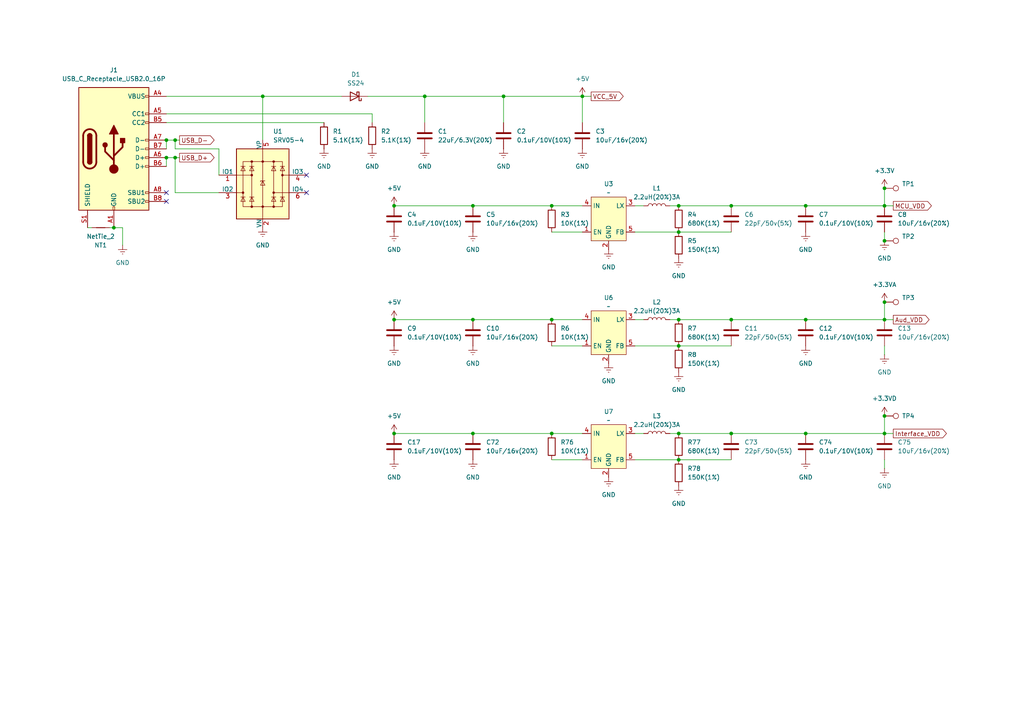
<source format=kicad_sch>
(kicad_sch (version 20231120) (generator "eeschema") (generator_version "8.0")
  (paper "A4")
  (lib_symbols
    (symbol "Connector:TestPoint" (pin_numbers hide) (pin_names (offset 0.762) hide)
      (property "Reference" "TP" (at 0 6.858 0))
      (property "Value" "TestPoint" (at 0 5.08 0))
      (symbol "TestPoint_0_1"
        (circle (center 0 3.302) (radius 0.762))
      )
      (symbol "TestPoint_1_1"
        (pin passive line (at 0 0 90) (length 2.54) (name "1") (number "1"))
      )
    )
    (symbol "Connector:USB_C_Receptacle_USB2.0_16P" (pin_names (offset 1.016))
      (property "Reference" "J" (at 0 22.225 0))
      (property "Value" "USB_C_Receptacle_USB2.0_16P" (at 0 19.685 0))
      (symbol "USB_C_Receptacle_USB2.0_16P_0_0"
        (rectangle (start -0.254 -17.78) (end 0.254 -16.764))
        (rectangle (start 10.16 -14.986) (end 9.144 -15.494))
        (rectangle (start 10.16 -12.446) (end 9.144 -12.954))
        (rectangle (start 10.16 -4.826) (end 9.144 -5.334))
        (rectangle (start 10.16 -2.286) (end 9.144 -2.794))
        (rectangle (start 10.16 0.254) (end 9.144 -0.254))
        (rectangle (start 10.16 2.794) (end 9.144 2.286))
        (rectangle (start 10.16 7.874) (end 9.144 7.366))
        (rectangle (start 10.16 10.414) (end 9.144 9.906))
        (rectangle (start 10.16 15.494) (end 9.144 14.986))
      )
      (symbol "USB_C_Receptacle_USB2.0_16P_0_1"
        (rectangle (start -10.16 17.78) (end 10.16 -17.78) (stroke (width 0.254)) (fill (type background)))
        (arc (start -8.89 -3.81) (mid -6.985 -5.7067) (end -5.08 -3.81) (stroke (width 0.508)))
        (arc (start -7.62 -3.81) (mid -6.985 -4.4423) (end -6.35 -3.81) (stroke (width 0.254)))
        (arc (start -7.62 -3.81) (mid -6.985 -4.4423) (end -6.35 -3.81) (stroke (width 0.254)) (fill (type outline)))
        (rectangle (start -7.62 -3.81) (end -6.35 3.81) (stroke (width 0.254)) (fill (type outline)))
        (arc (start -6.35 3.81) (mid -6.985 4.4423) (end -7.62 3.81) (stroke (width 0.254)))
        (arc (start -6.35 3.81) (mid -6.985 4.4423) (end -7.62 3.81) (stroke (width 0.254)) (fill (type outline)))
        (arc (start -5.08 3.81) (mid -6.985 5.7067) (end -8.89 3.81) (stroke (width 0.508)))
        (circle (center -2.54 1.143) (radius 0.635) (stroke (width 0.254)) (fill (type outline)))
        (circle (center 0 -5.842) (radius 1.27) (fill (type outline)))
        (polyline (pts (xy -8.89 -3.81) (xy -8.89 3.81)) (stroke (width 0.508)))
        (polyline (pts (xy -5.08 3.81) (xy -5.08 -3.81)) (stroke (width 0.508)))
        (polyline (pts (xy 0 -5.842) (xy 0 4.318)) (stroke (width 0.508)))
        (polyline (pts (xy 0 -3.302) (xy -2.54 -0.762) (xy -2.54 0.508)) (stroke (width 0.508)))
        (polyline (pts (xy 0 -2.032) (xy 2.54 0.508) (xy 2.54 1.778)) (stroke (width 0.508)))
        (polyline (pts (xy -1.27 4.318) (xy 0 6.858) (xy 1.27 4.318) (xy -1.27 4.318)) (stroke (width 0.254)) (fill (type outline)))
        (rectangle (start 1.905 1.778) (end 3.175 3.048) (stroke (width 0.254)) (fill (type outline)))
      )
      (symbol "USB_C_Receptacle_USB2.0_16P_1_1"
        (pin passive line (at 0 -22.86 90) (length 5.08) (name "GND") (number "A1"))
        (pin passive line (at 0 -22.86 90) (length 5.08) hide (name "GND") (number "A12"))
        (pin passive line (at 15.24 15.24 180) (length 5.08) (name "VBUS") (number "A4"))
        (pin bidirectional line (at 15.24 10.16 180) (length 5.08) (name "CC1") (number "A5"))
        (pin bidirectional line (at 15.24 -2.54 180) (length 5.08) (name "D+") (number "A6"))
        (pin bidirectional line (at 15.24 2.54 180) (length 5.08) (name "D-") (number "A7"))
        (pin bidirectional line (at 15.24 -12.7 180) (length 5.08) (name "SBU1") (number "A8"))
        (pin passive line (at 15.24 15.24 180) (length 5.08) hide (name "VBUS") (number "A9"))
        (pin passive line (at 0 -22.86 90) (length 5.08) hide (name "GND") (number "B1"))
        (pin passive line (at 0 -22.86 90) (length 5.08) hide (name "GND") (number "B12"))
        (pin passive line (at 15.24 15.24 180) (length 5.08) hide (name "VBUS") (number "B4"))
        (pin bidirectional line (at 15.24 7.62 180) (length 5.08) (name "CC2") (number "B5"))
        (pin bidirectional line (at 15.24 -5.08 180) (length 5.08) (name "D+") (number "B6"))
        (pin bidirectional line (at 15.24 0 180) (length 5.08) (name "D-") (number "B7"))
        (pin bidirectional line (at 15.24 -15.24 180) (length 5.08) (name "SBU2") (number "B8"))
        (pin passive line (at 15.24 15.24 180) (length 5.08) hide (name "VBUS") (number "B9"))
        (pin passive line (at -7.62 -22.86 90) (length 5.08) (name "SHIELD") (number "S1"))
      )
    )
    (symbol "Device:C" (pin_numbers hide) (pin_names (offset 0.254))
      (property "Reference" "C" (at 0.635 2.54 0))
      (property "Value" "C" (at 0.635 -2.54 0))
      (symbol "C_0_1"
        (polyline (pts (xy -2.032 -0.762) (xy 2.032 -0.762)) (stroke (width 0.508)))
        (polyline (pts (xy -2.032 0.762) (xy 2.032 0.762)) (stroke (width 0.508)))
      )
      (symbol "C_1_1"
        (pin passive line (at 0 3.81 270) (length 2.794) (name "~") (number "1"))
        (pin passive line (at 0 -3.81 90) (length 2.794) (name "~") (number "2"))
      )
    )
    (symbol "Device:L" (pin_numbers hide) (pin_names (offset 1.016) hide)
      (property "Reference" "L" (at -1.27 0 90))
      (property "Value" "L" (at 1.905 0 90))
      (symbol "L_0_1"
        (arc (start 0 -2.54) (mid 0.6323 -1.905) (end 0 -1.27))
        (arc (start 0 -1.27) (mid 0.6323 -0.635) (end 0 0))
        (arc (start 0 0) (mid 0.6323 0.635) (end 0 1.27))
        (arc (start 0 1.27) (mid 0.6323 1.905) (end 0 2.54))
      )
      (symbol "L_1_1"
        (pin passive line (at 0 3.81 270) (length 1.27) (name "1") (number "1"))
        (pin passive line (at 0 -3.81 90) (length 1.27) (name "2") (number "2"))
      )
    )
    (symbol "Device:NetTie_2" (pin_numbers hide) (pin_names (offset 0) hide) (in_bom no)
      (property "Reference" "NT" (at 0 1.27 0))
      (property "Value" "NetTie_2" (at 0 -1.27 0))
      (symbol "NetTie_2_0_1"
        (polyline (pts (xy -1.27 0) (xy 1.27 0)) (stroke (width 0.254)))
      )
      (symbol "NetTie_2_1_1"
        (pin passive line (at -2.54 0 0) (length 2.54) (name "1") (number "1"))
        (pin passive line (at 2.54 0 180) (length 2.54) (name "2") (number "2"))
      )
    )
    (symbol "Device:R" (pin_numbers hide) (pin_names (offset 0))
      (property "Reference" "R" (at 2.032 0 90))
      (property "Value" "R" (at 0 0 90))
      (symbol "R_0_1"
        (rectangle (start -1.016 -2.54) (end 1.016 2.54) (stroke (width 0.254)))
      )
      (symbol "R_1_1"
        (pin passive line (at 0 3.81 270) (length 1.27) (name "~") (number "1"))
        (pin passive line (at 0 -3.81 90) (length 1.27) (name "~") (number "2"))
      )
    )
    (symbol "Diode:SS24" (pin_numbers hide) (pin_names (offset 1.016) hide)
      (property "Reference" "D" (at 0 2.54 0))
      (property "Value" "SS24" (at 0 -2.54 0))
      (symbol "SS24_0_1"
        (polyline (pts (xy 1.27 0) (xy -1.27 0)))
        (polyline (pts (xy 1.27 1.27) (xy 1.27 -1.27) (xy -1.27 0) (xy 1.27 1.27)) (stroke (width 0.254)))
        (polyline (pts (xy -1.905 0.635) (xy -1.905 1.27) (xy -1.27 1.27) (xy -1.27 -1.27) (xy -0.635 -1.27) (xy -0.635 -0.635)) (stroke (width 0.254)))
      )
      (symbol "SS24_1_1"
        (pin passive line (at -3.81 0 0) (length 2.54) (name "K") (number "1"))
        (pin passive line (at 3.81 0 180) (length 2.54) (name "A") (number "2"))
      )
    )
    (symbol "Power_Protection:SRV05-4" (pin_names (offset 0))
      (property "Reference" "U" (at -5.08 11.43 0))
      (property "Value" "SRV05-4" (at 2.54 11.43 0))
      (symbol "SRV05-4_0_0"
        (rectangle (start -5.715 6.477) (end 5.715 -6.604))
        (polyline (pts (xy -3.175 -6.604) (xy -3.175 6.477)))
        (polyline (pts (xy 3.175 6.477) (xy 3.175 -6.604)))
      )
      (symbol "SRV05-4_0_1"
        (rectangle (start -7.62 10.16) (end 7.62 -10.16) (stroke (width 0.254)) (fill (type background)))
        (circle (center -5.715 -2.54) (radius 0.2794) (fill (type outline)))
        (circle (center -3.175 -6.604) (radius 0.2794) (fill (type outline)))
        (circle (center -3.175 2.54) (radius 0.2794) (fill (type outline)))
        (circle (center -3.175 6.477) (radius 0.2794) (fill (type outline)))
        (circle (center 0 -6.604) (radius 0.2794) (fill (type outline)))
        (polyline (pts (xy -7.747 2.54) (xy -3.175 2.54)))
        (polyline (pts (xy -7.62 -2.54) (xy -5.715 -2.54)))
        (polyline (pts (xy -5.08 -3.81) (xy -6.35 -3.81)))
        (polyline (pts (xy -5.08 5.08) (xy -6.35 5.08)))
        (polyline (pts (xy -2.54 -3.81) (xy -3.81 -3.81)))
        (polyline (pts (xy -2.54 5.08) (xy -3.81 5.08)))
        (polyline (pts (xy 0 10.16) (xy 0 -10.16)))
        (polyline (pts (xy 3.81 -3.81) (xy 2.54 -3.81)))
        (polyline (pts (xy 3.81 5.08) (xy 2.54 5.08)))
        (polyline (pts (xy 6.35 -3.81) (xy 5.08 -3.81)))
        (polyline (pts (xy 6.35 5.08) (xy 5.08 5.08)))
        (polyline (pts (xy 7.62 -2.54) (xy 3.175 -2.54)))
        (polyline (pts (xy 7.62 2.54) (xy 5.715 2.54)))
        (polyline (pts (xy 0.635 0.889) (xy -0.635 0.889) (xy -0.635 0.635)))
        (polyline (pts (xy -5.08 -5.08) (xy -6.35 -5.08) (xy -5.715 -3.81) (xy -5.08 -5.08)))
        (polyline (pts (xy -5.08 3.81) (xy -6.35 3.81) (xy -5.715 5.08) (xy -5.08 3.81)))
        (polyline (pts (xy -2.54 -5.08) (xy -3.81 -5.08) (xy -3.175 -3.81) (xy -2.54 -5.08)))
        (polyline (pts (xy -2.54 3.81) (xy -3.81 3.81) (xy -3.175 5.08) (xy -2.54 3.81)))
        (polyline (pts (xy 0.635 -0.381) (xy -0.635 -0.381) (xy 0 0.889) (xy 0.635 -0.381)))
        (polyline (pts (xy 3.81 -5.08) (xy 2.54 -5.08) (xy 3.175 -3.81) (xy 3.81 -5.08)))
        (polyline (pts (xy 3.81 3.81) (xy 2.54 3.81) (xy 3.175 5.08) (xy 3.81 3.81)))
        (polyline (pts (xy 6.35 -5.08) (xy 5.08 -5.08) (xy 5.715 -3.81) (xy 6.35 -5.08)))
        (polyline (pts (xy 6.35 3.81) (xy 5.08 3.81) (xy 5.715 5.08) (xy 6.35 3.81)))
        (circle (center 0 6.477) (radius 0.2794) (fill (type outline)))
        (circle (center 3.175 -6.604) (radius 0.2794) (fill (type outline)))
        (circle (center 3.175 -2.54) (radius 0.2794) (fill (type outline)))
        (circle (center 3.175 6.477) (radius 0.2794) (fill (type outline)))
        (circle (center 5.715 2.54) (radius 0.2794) (fill (type outline)))
      )
      (symbol "SRV05-4_1_1"
        (pin passive line (at -12.7 2.54 0) (length 5.08) (name "IO1") (number "1"))
        (pin passive line (at 0 -12.7 90) (length 2.54) (name "VN") (number "2"))
        (pin passive line (at -12.7 -2.54 0) (length 5.08) (name "IO2") (number "3"))
        (pin passive line (at 12.7 2.54 180) (length 5.08) (name "IO3") (number "4"))
        (pin passive line (at 0 12.7 270) (length 2.54) (name "VP") (number "5"))
        (pin passive line (at 12.7 -2.54 180) (length 5.08) (name "IO4") (number "6"))
      )
    )
    (symbol "SY8088AAC:SY8088AAC"
      (property "Reference" "U" (at 1.524 8.128 0))
      (symbol "SY8088AAC_1_1"
        (rectangle (start -5.08 6.35) (end 5.08 -6.35) (fill (type background)))
        (pin input line (at -7.62 -3.81 0) (length 2.54) (name "EN") (number "1"))
        (pin power_in line (at 0 -8.89 90) (length 2.54) (name "GND") (number "2"))
        (pin power_out line (at 7.62 3.81 180) (length 2.54) (name "LX") (number "3"))
        (pin power_in line (at -7.62 3.81 0) (length 2.54) (name "IN") (number "4"))
        (pin input line (at 7.62 -3.81 180) (length 2.54) (name "FB") (number "5"))
      )
    )
    (symbol "power:+3.3V" (power) (pin_numbers hide) (pin_names (offset 0) hide)
      (property "Value" "+3.3V" (at 0 3.556 0))
      (symbol "+3.3V_0_1"
        (polyline (pts (xy -0.762 1.27) (xy 0 2.54)))
        (polyline (pts (xy 0 0) (xy 0 2.54)))
        (polyline (pts (xy 0 2.54) (xy 0.762 1.27)))
      )
      (symbol "+3.3V_1_1"
        (pin power_in line (at 0 0 90) (length 0) (name "~") (number "1"))
      )
    )
    (symbol "power:+3.3VA" (power) (pin_numbers hide) (pin_names (offset 0) hide)
      (property "Value" "+3.3VA" (at 0 3.556 0))
      (symbol "+3.3VA_0_1"
        (polyline (pts (xy -0.762 1.27) (xy 0 2.54)))
        (polyline (pts (xy 0 0) (xy 0 2.54)))
        (polyline (pts (xy 0 2.54) (xy 0.762 1.27)))
      )
      (symbol "+3.3VA_1_1"
        (pin power_in line (at 0 0 90) (length 0) (name "~") (number "1"))
      )
    )
    (symbol "power:+5V" (power) (pin_numbers hide) (pin_names (offset 0) hide)
      (property "Value" "+5V" (at 0 3.556 0))
      (symbol "+5V_0_1"
        (polyline (pts (xy -0.762 1.27) (xy 0 2.54)))
        (polyline (pts (xy 0 0) (xy 0 2.54)))
        (polyline (pts (xy 0 2.54) (xy 0.762 1.27)))
      )
      (symbol "+5V_1_1"
        (pin power_in line (at 0 0 90) (length 0) (name "~") (number "1"))
      )
    )
    (symbol "power:Earth" (power) (pin_numbers hide) (pin_names (offset 0) hide)
      (property "Value" "Earth" (at 0 -3.81 0))
      (symbol "Earth_0_1"
        (polyline (pts (xy -0.635 -1.905) (xy 0.635 -1.905)))
        (polyline (pts (xy -0.127 -2.54) (xy 0.127 -2.54)))
        (polyline (pts (xy 0 -1.27) (xy 0 0)))
        (polyline (pts (xy 1.27 -1.27) (xy -1.27 -1.27)))
      )
      (symbol "Earth_1_1"
        (pin power_in line (at 0 0 270) (length 0) (name "~") (number "1"))
      )
    )
  )
  (junction (at 256.54 92.71))
  (junction (at 212.09 59.69))
  (junction (at 48.26 45.72))
  (junction (at 256.54 120.65))
  (junction (at 160.02 92.71))
  (junction (at 146.05 27.94))
  (junction (at 233.68 125.73))
  (junction (at 196.85 133.35))
  (junction (at 196.85 100.33))
  (junction (at 256.54 54.61))
  (junction (at 123.19 27.94))
  (junction (at 212.09 125.73))
  (junction (at 256.54 69.85))
  (junction (at 114.3 125.73))
  (junction (at 50.8 45.72))
  (junction (at 160.02 59.69))
  (junction (at 76.2 27.94))
  (junction (at 50.8 40.64))
  (junction (at 196.85 67.31))
  (junction (at 196.85 125.73))
  (junction (at 137.16 125.73))
  (junction (at 33.02 66.04))
  (junction (at 233.68 92.71))
  (junction (at 196.85 59.69))
  (junction (at 160.02 125.73))
  (junction (at 256.54 59.69))
  (junction (at 48.26 40.64))
  (junction (at 233.68 59.69))
  (junction (at 137.16 92.71))
  (junction (at 256.54 125.73))
  (junction (at 114.3 92.71))
  (junction (at 137.16 59.69))
  (junction (at 168.91 27.94))
  (junction (at 212.09 92.71))
  (junction (at 256.54 87.63))
  (junction (at 196.85 92.71))
  (junction (at 114.3 59.69))
  (no_connect (at 88.9 55.88))
  (no_connect (at 48.26 55.88))
  (no_connect (at 88.9 50.8))
  (no_connect (at 48.26 58.42))
  (wire (pts (xy 256.54 100.33) (xy 256.54 102.87)))
  (wire (pts (xy 233.68 92.71) (xy 256.54 92.71)))
  (wire (pts (xy 48.26 35.56) (xy 93.98 35.56)))
  (wire (pts (xy 259.08 59.69) (xy 256.54 59.69)))
  (wire (pts (xy 196.85 125.73) (xy 194.31 125.73)))
  (wire (pts (xy 31.75 66.04) (xy 33.02 66.04)))
  (wire (pts (xy 196.85 92.71) (xy 194.31 92.71)))
  (wire (pts (xy 184.15 100.33) (xy 196.85 100.33)))
  (wire (pts (xy 168.91 27.94) (xy 146.05 27.94)))
  (wire (pts (xy 196.85 59.69) (xy 212.09 59.69)))
  (wire (pts (xy 50.8 55.88) (xy 50.8 45.72)))
  (wire (pts (xy 256.54 87.63) (xy 256.54 92.71)))
  (wire (pts (xy 146.05 27.94) (xy 123.19 27.94)))
  (wire (pts (xy 256.54 67.31) (xy 256.54 69.85)))
  (wire (pts (xy 137.16 125.73) (xy 160.02 125.73)))
  (wire (pts (xy 196.85 67.31) (xy 212.09 67.31)))
  (wire (pts (xy 48.26 40.64) (xy 48.26 43.18)))
  (wire (pts (xy 35.56 71.12) (xy 35.56 66.04)))
  (wire (pts (xy 48.26 45.72) (xy 50.8 45.72)))
  (wire (pts (xy 137.16 59.69) (xy 160.02 59.69)))
  (wire (pts (xy 233.68 125.73) (xy 256.54 125.73)))
  (wire (pts (xy 196.85 59.69) (xy 194.31 59.69)))
  (wire (pts (xy 35.56 66.04) (xy 33.02 66.04)))
  (wire (pts (xy 50.8 40.64) (xy 52.07 40.64)))
  (wire (pts (xy 160.02 100.33) (xy 168.91 100.33)))
  (wire (pts (xy 256.54 125.73) (xy 259.08 125.73)))
  (wire (pts (xy 114.3 125.73) (xy 137.16 125.73)))
  (wire (pts (xy 160.02 125.73) (xy 168.91 125.73)))
  (wire (pts (xy 186.69 92.71) (xy 184.15 92.71)))
  (wire (pts (xy 256.54 92.71) (xy 259.08 92.71)))
  (wire (pts (xy 184.15 133.35) (xy 196.85 133.35)))
  (wire (pts (xy 186.69 59.69) (xy 184.15 59.69)))
  (wire (pts (xy 63.5 43.18) (xy 50.8 43.18)))
  (wire (pts (xy 196.85 125.73) (xy 212.09 125.73)))
  (wire (pts (xy 160.02 92.71) (xy 168.91 92.71)))
  (wire (pts (xy 50.8 45.72) (xy 52.07 45.72)))
  (wire (pts (xy 48.26 45.72) (xy 48.26 48.26)))
  (wire (pts (xy 63.5 55.88) (xy 50.8 55.88)))
  (wire (pts (xy 26.67 66.04) (xy 25.4 66.04)))
  (wire (pts (xy 114.3 59.69) (xy 137.16 59.69)))
  (wire (pts (xy 196.85 92.71) (xy 212.09 92.71)))
  (wire (pts (xy 114.3 92.71) (xy 137.16 92.71)))
  (wire (pts (xy 123.19 35.56) (xy 123.19 27.94)))
  (wire (pts (xy 196.85 100.33) (xy 212.09 100.33)))
  (wire (pts (xy 137.16 92.71) (xy 160.02 92.71)))
  (wire (pts (xy 168.91 27.94) (xy 171.45 27.94)))
  (wire (pts (xy 160.02 67.31) (xy 168.91 67.31)))
  (wire (pts (xy 123.19 27.94) (xy 106.68 27.94)))
  (wire (pts (xy 63.5 50.8) (xy 63.5 43.18)))
  (wire (pts (xy 233.68 59.69) (xy 256.54 59.69)))
  (wire (pts (xy 212.09 59.69) (xy 233.68 59.69)))
  (wire (pts (xy 184.15 67.31) (xy 196.85 67.31)))
  (wire (pts (xy 256.54 54.61) (xy 256.54 59.69)))
  (wire (pts (xy 212.09 92.71) (xy 233.68 92.71)))
  (wire (pts (xy 160.02 59.69) (xy 168.91 59.69)))
  (wire (pts (xy 50.8 43.18) (xy 50.8 40.64)))
  (wire (pts (xy 212.09 125.73) (xy 233.68 125.73)))
  (wire (pts (xy 168.91 35.56) (xy 168.91 27.94)))
  (wire (pts (xy 186.69 125.73) (xy 184.15 125.73)))
  (wire (pts (xy 48.26 40.64) (xy 50.8 40.64)))
  (wire (pts (xy 76.2 40.64) (xy 76.2 27.94)))
  (wire (pts (xy 107.95 33.02) (xy 107.95 35.56)))
  (wire (pts (xy 160.02 133.35) (xy 168.91 133.35)))
  (wire (pts (xy 196.85 133.35) (xy 212.09 133.35)))
  (wire (pts (xy 256.54 133.35) (xy 256.54 135.89)))
  (wire (pts (xy 48.26 33.02) (xy 107.95 33.02)))
  (wire (pts (xy 146.05 35.56) (xy 146.05 27.94)))
  (wire (pts (xy 99.06 27.94) (xy 76.2 27.94)))
  (wire (pts (xy 76.2 27.94) (xy 48.26 27.94)))
  (wire (pts (xy 256.54 120.65) (xy 256.54 125.73)))
  (global_label "Aud_VDD" (shape output) (at 259.08 92.71 0) (property "Intersheetrefs" "${INTERSHEET_REFS}" (effects (hide yes))))
  (global_label "USB_D-" (shape output) (at 52.07 40.64 0) (property "Intersheetrefs" "${INTERSHEET_REFS}" (effects (hide yes))))
  (global_label "Interface_VDD" (shape output) (at 259.08 125.73 0) (property "Intersheetrefs" "${INTERSHEET_REFS}" (effects (hide yes))))
  (global_label "VCC_5V" (shape output) (at 171.45 27.94 0) (property "Intersheetrefs" "${INTERSHEET_REFS}" (effects (hide yes))))
  (global_label "MCU_VDD" (shape output) (at 259.08 59.69 0) (property "Intersheetrefs" "${INTERSHEET_REFS}" (effects (hide yes))))
  (global_label "USB_D+" (shape output) (at 52.07 45.72 0) (property "Intersheetrefs" "${INTERSHEET_REFS}" (effects (hide yes))))
  (symbol (lib_id "Connector:TestPoint") (at 256.54 120.65 270) (unit 1)
    (property "Reference" "TP4" (at 261.62 120.6499 90) (effects (justify left)))
    (property "Value" "TestPoint" (effects (hide yes)))
    (property "Footprint" "TestPoint:TestPoint_Pad_D1.5mm" (effects (hide yes)))
    (property "Description" "test point" (effects (hide yes)))
  )
  (symbol (lib_id "Diode:SS24") (at 102.87 27.94 180) (unit 1)
    (property "Reference" "D1" (at 103.1875 21.59 0))
    (property "Value" "SS24" (at 103.1875 24.13 0))
    (property "Footprint" "Diode_SMD:D_SMA" (effects (hide yes)))
    (property "Datasheet" "https://www.vishay.com/docs/88748/ss22.pdf" (effects (hide yes)))
    (property "Description" "40V 2A Schottky Diode, SMA" (effects (hide yes)))
  )
  (symbol (lib_id "Power_Protection:SRV05-4") (at 76.2 53.34 0) (unit 1)
    (property "Reference" "U1" (at 79.2165 38.1 0) (effects (justify left)))
    (property "Value" "SRV05-4" (at 79.2165 40.64 0) (effects (justify left)))
    (property "Footprint" "Package_TO_SOT_SMD:SOT-23-6" (effects (hide yes)))
    (property "Datasheet" "http://www.onsemi.com/pub/Collateral/SRV05-4-D.PDF" (effects (hide yes)))
    (property "Description" "ESD Protection Diodes with Low Clamping Voltage, SOT-23-6" (effects (hide yes)))
  )
  (symbol (lib_id "Device:C") (at 212.09 63.5 0) (unit 1)
    (property "Reference" "C6" (at 215.9 62.2299 0) (effects (justify left)))
    (property "Value" "22pF/50v(5%)" (at 215.9 64.7699 0) (effects (justify left)))
    (property "Footprint" "Capacitor_SMD:C_0603_1608Metric" (effects (hide yes)))
    (property "Description" "Unpolarized capacitor" (effects (hide yes)))
  )
  (symbol (lib_id "Device:L") (at 190.5 125.73 90) (unit 1)
    (property "Reference" "L3" (at 190.5 120.65 90))
    (property "Value" "2.2uH(20%)3A" (at 190.5 123.19 90))
    (property "Footprint" "Inductor_SMD:L_0603_1608Metric" (effects (hide yes)))
    (property "Description" "Inductor" (effects (hide yes)))
  )
  (symbol (lib_id "power:Earth") (at 114.3 133.35 0) (unit 1)
    (property "Reference" "#PWR0152" (effects (hide yes)))
    (property "Value" "GND" (at 114.3 138.43 0))
    (property "Description" "Power symbol creates a global label with name \"Earth\"" (effects (hide yes)))
  )
  (symbol (lib_id "Device:R") (at 160.02 129.54 0) (unit 1)
    (property "Reference" "R76" (at 162.56 128.2699 0) (effects (justify left)))
    (property "Value" "10K(1%)" (at 162.56 130.8099 0) (effects (justify left)))
    (property "Footprint" "Resistor_SMD:R_0603_1608Metric" (effects (hide yes)))
    (property "Description" "Resistor" (effects (hide yes)))
  )
  (symbol (lib_id "power:Earth") (at 256.54 102.87 0) (unit 1)
    (property "Reference" "#PWR022" (effects (hide yes)))
    (property "Value" "GND" (at 256.54 107.95 0))
    (property "Description" "Power symbol creates a global label with name \"Earth\"" (effects (hide yes)))
  )
  (symbol (lib_id "Device:R") (at 107.95 39.37 0) (unit 1)
    (property "Reference" "R2" (at 110.49 38.0999 0) (effects (justify left)))
    (property "Value" "5.1K(1%)" (at 110.49 40.6399 0) (effects (justify left)))
    (property "Footprint" "Resistor_SMD:R_0603_1608Metric" (effects (hide yes)))
    (property "Description" "Resistor" (effects (hide yes)))
  )
  (symbol (lib_id "Device:C") (at 114.3 63.5 0) (unit 1)
    (property "Reference" "C4" (at 118.11 62.2299 0) (effects (justify left)))
    (property "Value" "0.1uF/10V(10%)" (at 118.11 64.7699 0) (effects (justify left)))
    (property "Footprint" "Capacitor_SMD:C_0603_1608Metric" (effects (hide yes)))
    (property "Description" "Unpolarized capacitor" (effects (hide yes)))
  )
  (symbol (lib_id "power:+5V") (at 168.91 27.94 0) (unit 1)
    (property "Reference" "#PWR08" (effects (hide yes)))
    (property "Value" "+5V" (at 168.91 22.86 0))
    (property "Description" "Power symbol creates a global label with name \"+5V\"" (effects (hide yes)))
  )
  (symbol (lib_id "Connector:TestPoint") (at 256.54 69.85 270) (unit 1)
    (property "Reference" "TP2" (at 261.62 68.5799 90) (effects (justify left)))
    (property "Value" "TestPoint" (effects (hide yes)))
    (property "Footprint" "TestPoint:TestPoint_Pad_D1.5mm" (effects (hide yes)))
    (property "Description" "test point" (effects (hide yes)))
  )
  (symbol (lib_id "power:Earth") (at 35.56 71.12 0) (unit 1)
    (property "Reference" "#PWR01" (effects (hide yes)))
    (property "Value" "GND" (at 35.56 76.2 0))
    (property "Description" "Power symbol creates a global label with name \"Earth\"" (effects (hide yes)))
  )
  (symbol (lib_id "power:Earth") (at 256.54 135.89 0) (unit 1)
    (property "Reference" "#PWR0158" (effects (hide yes)))
    (property "Value" "GND" (at 256.54 140.97 0))
    (property "Description" "Power symbol creates a global label with name \"Earth\"" (effects (hide yes)))
  )
  (symbol (lib_id "Device:C") (at 114.3 129.54 0) (unit 1)
    (property "Reference" "C17" (at 118.11 128.2699 0) (effects (justify left)))
    (property "Value" "0.1uF/10V(10%)" (at 118.11 130.8099 0) (effects (justify left)))
    (property "Footprint" "Capacitor_SMD:C_0603_1608Metric" (effects (hide yes)))
    (property "Description" "Unpolarized capacitor" (effects (hide yes)))
  )
  (symbol (lib_id "SY8088AAC:SY8088AAC") (at 176.53 129.54 0) (unit 1)
    (property "Reference" "U7" (at 176.53 119.38 0))
    (property "Value" "~" (at 176.53 121.92 0))
    (property "Footprint" "Package_TO_SOT_SMD:SOT-23-5" (effects (hide yes)))
  )
  (symbol (lib_id "power:Earth") (at 233.68 133.35 0) (unit 1)
    (property "Reference" "#PWR0156" (effects (hide yes)))
    (property "Value" "GND" (at 233.68 138.43 0))
    (property "Description" "Power symbol creates a global label with name \"Earth\"" (effects (hide yes)))
  )
  (symbol (lib_id "power:Earth") (at 233.68 67.31 0) (unit 1)
    (property "Reference" "#PWR014" (effects (hide yes)))
    (property "Value" "GND" (at 233.68 72.39 0))
    (property "Description" "Power symbol creates a global label with name \"Earth\"" (effects (hide yes)))
  )
  (symbol (lib_id "Connector:TestPoint") (at 256.54 54.61 270) (unit 1)
    (property "Reference" "TP1" (at 261.62 53.3399 90) (effects (justify left)))
    (property "Value" "TestPoint" (effects (hide yes)))
    (property "Footprint" "TestPoint:TestPoint_Pad_D1.5mm" (effects (hide yes)))
    (property "Description" "test point" (effects (hide yes)))
  )
  (symbol (lib_id "power:Earth") (at 137.16 133.35 0) (unit 1)
    (property "Reference" "#PWR0153" (effects (hide yes)))
    (property "Value" "GND" (at 137.16 138.43 0))
    (property "Description" "Power symbol creates a global label with name \"Earth\"" (effects (hide yes)))
  )
  (symbol (lib_id "power:+5V") (at 114.3 92.71 0) (unit 1)
    (property "Reference" "#PWR016" (effects (hide yes)))
    (property "Value" "+5V" (at 114.3 87.63 0))
    (property "Description" "Power symbol creates a global label with name \"+5V\"" (effects (hide yes)))
  )
  (symbol (lib_id "Device:C") (at 137.16 96.52 0) (unit 1)
    (property "Reference" "C10" (at 140.97 95.2499 0) (effects (justify left)))
    (property "Value" "10uF/16v(20%)" (at 140.97 97.7899 0) (effects (justify left)))
    (property "Footprint" "Capacitor_SMD:C_0603_1608Metric" (effects (hide yes)))
    (property "Description" "Unpolarized capacitor" (effects (hide yes)))
  )
  (symbol (lib_id "Device:C") (at 137.16 129.54 0) (unit 1)
    (property "Reference" "C72" (at 140.97 128.2699 0) (effects (justify left)))
    (property "Value" "10uF/16v(20%)" (at 140.97 130.8099 0) (effects (justify left)))
    (property "Footprint" "Capacitor_SMD:C_0603_1608Metric" (effects (hide yes)))
    (property "Description" "Unpolarized capacitor" (effects (hide yes)))
  )
  (symbol (lib_id "Device:C") (at 256.54 129.54 0) (unit 1)
    (property "Reference" "C75" (at 260.35 128.2699 0) (effects (justify left)))
    (property "Value" "10uF/16v(20%)" (at 260.35 130.8099 0) (effects (justify left)))
    (property "Footprint" "Capacitor_SMD:C_0603_1608Metric" (effects (hide yes)))
    (property "Description" "Unpolarized capacitor" (effects (hide yes)))
  )
  (symbol (lib_id "power:Earth") (at 196.85 74.93 0) (unit 1)
    (property "Reference" "#PWR013" (effects (hide yes)))
    (property "Value" "GND" (at 196.85 80.01 0))
    (property "Description" "Power symbol creates a global label with name \"Earth\"" (effects (hide yes)))
  )
  (symbol (lib_id "Connector:TestPoint") (at 256.54 87.63 270) (unit 1)
    (property "Reference" "TP3" (at 261.62 86.3599 90) (effects (justify left)))
    (property "Value" "TestPoint" (effects (hide yes)))
    (property "Footprint" "TestPoint:TestPoint_Pad_D1.5mm" (effects (hide yes)))
    (property "Description" "test point" (effects (hide yes)))
  )
  (symbol (lib_id "Device:R") (at 196.85 63.5 0) (unit 1)
    (property "Reference" "R4" (at 199.39 62.2299 0) (effects (justify left)))
    (property "Value" "680K(1%)" (at 199.39 64.7699 0) (effects (justify left)))
    (property "Footprint" "Resistor_SMD:R_0603_1608Metric" (effects (hide yes)))
    (property "Description" "Resistor" (effects (hide yes)))
  )
  (symbol (lib_id "power:Earth") (at 168.91 43.18 0) (unit 1)
    (property "Reference" "#PWR07" (effects (hide yes)))
    (property "Value" "GND" (at 168.91 48.26 0))
    (property "Description" "Power symbol creates a global label with name \"Earth\"" (effects (hide yes)))
  )
  (symbol (lib_id "power:Earth") (at 233.68 100.33 0) (unit 1)
    (property "Reference" "#PWR021" (effects (hide yes)))
    (property "Value" "GND" (at 233.68 105.41 0))
    (property "Description" "Power symbol creates a global label with name \"Earth\"" (effects (hide yes)))
  )
  (symbol (lib_id "power:Earth") (at 256.54 69.85 0) (unit 1)
    (property "Reference" "#PWR015" (effects (hide yes)))
    (property "Value" "GND" (at 256.54 74.93 0))
    (property "Description" "Power symbol creates a global label with name \"Earth\"" (effects (hide yes)))
  )
  (symbol (lib_id "Device:C") (at 123.19 39.37 0) (unit 1)
    (property "Reference" "C1" (at 127 38.0999 0) (effects (justify left)))
    (property "Value" "22uF/6.3V(20%)" (at 127 40.6399 0) (effects (justify left)))
    (property "Footprint" "Capacitor_SMD:C_0603_1608Metric" (effects (hide yes)))
    (property "Description" "Unpolarized capacitor" (effects (hide yes)))
  )
  (symbol (lib_id "Device:R") (at 160.02 63.5 0) (unit 1)
    (property "Reference" "R3" (at 162.56 62.2299 0) (effects (justify left)))
    (property "Value" "10K(1%)" (at 162.56 64.7699 0) (effects (justify left)))
    (property "Footprint" "Resistor_SMD:R_0603_1608Metric" (effects (hide yes)))
    (property "Description" "Resistor" (effects (hide yes)))
  )
  (symbol (lib_id "Device:C") (at 256.54 63.5 0) (unit 1)
    (property "Reference" "C8" (at 260.35 62.2299 0) (effects (justify left)))
    (property "Value" "10uF/16v(20%)" (at 260.35 64.7699 0) (effects (justify left)))
    (property "Footprint" "Capacitor_SMD:C_0603_1608Metric" (effects (hide yes)))
    (property "Description" "Unpolarized capacitor" (effects (hide yes)))
  )
  (symbol (lib_id "power:Earth") (at 196.85 107.95 0) (unit 1)
    (property "Reference" "#PWR020" (effects (hide yes)))
    (property "Value" "GND" (at 196.85 113.03 0))
    (property "Description" "Power symbol creates a global label with name \"Earth\"" (effects (hide yes)))
  )
  (symbol (lib_id "power:+3.3VA") (at 256.54 87.63 0) (unit 1)
    (property "Reference" "#PWR024" (effects (hide yes)))
    (property "Value" "+3.3VA" (at 256.54 82.55 0))
    (property "Description" "Power symbol creates a global label with name \"+3.3VA\"" (effects (hide yes)))
  )
  (symbol (lib_id "power:Earth") (at 176.53 72.39 0) (unit 1)
    (property "Reference" "#PWR011" (effects (hide yes)))
    (property "Value" "GND" (at 176.53 77.47 0))
    (property "Description" "Power symbol creates a global label with name \"Earth\"" (effects (hide yes)))
  )
  (symbol (lib_id "power:Earth") (at 114.3 100.33 0) (unit 1)
    (property "Reference" "#PWR017" (effects (hide yes)))
    (property "Value" "GND" (at 114.3 105.41 0))
    (property "Description" "Power symbol creates a global label with name \"Earth\"" (effects (hide yes)))
  )
  (symbol (lib_id "Connector:USB_C_Receptacle_USB2.0_16P") (at 33.02 43.18 0) (unit 1)
    (property "Reference" "J1" (at 33.02 20.32 0))
    (property "Value" "USB_C_Receptacle_USB2.0_16P" (at 33.02 22.86 0))
    (property "Footprint" "Connector_USB:USB_C_Receptacle_G-Switch_GT-USB-7010ASV" (effects (hide yes)))
    (property "Datasheet" "https://www.usb.org/sites/default/files/documents/usb_type-c.zip" (effects (hide yes)))
    (property "Description" "USB 2.0-only 16P Type-C Receptacle connector" (effects (hide yes)))
  )
  (symbol (lib_id "SY8088AAC:SY8088AAC") (at 176.53 96.52 0) (unit 1)
    (property "Reference" "U6" (at 176.53 86.36 0))
    (property "Value" "~" (at 176.53 88.9 0))
    (property "Footprint" "Package_TO_SOT_SMD:SOT-23-5" (effects (hide yes)))
  )
  (symbol (lib_id "Device:L") (at 190.5 59.69 90) (unit 1)
    (property "Reference" "L1" (at 190.5 54.61 90))
    (property "Value" "2.2uH(20%)3A" (at 190.5 57.15 90))
    (property "Footprint" "Inductor_SMD:L_0603_1608Metric" (effects (hide yes)))
    (property "Description" "Inductor" (effects (hide yes)))
  )
  (symbol (lib_id "power:Earth") (at 93.98 43.18 0) (unit 1)
    (property "Reference" "#PWR02" (effects (hide yes)))
    (property "Value" "GND" (at 93.98 48.26 0))
    (property "Description" "Power symbol creates a global label with name \"Earth\"" (effects (hide yes)))
  )
  (symbol (lib_id "Device:C") (at 233.68 96.52 0) (unit 1)
    (property "Reference" "C12" (at 237.49 95.2499 0) (effects (justify left)))
    (property "Value" "0.1uF/10V(10%)" (at 237.49 97.7899 0) (effects (justify left)))
    (property "Footprint" "Capacitor_SMD:C_0603_1608Metric" (effects (hide yes)))
    (property "Description" "Unpolarized capacitor" (effects (hide yes)))
  )
  (symbol (lib_id "power:Earth") (at 196.85 140.97 0) (unit 1)
    (property "Reference" "#PWR0155" (effects (hide yes)))
    (property "Value" "GND" (at 196.85 146.05 0))
    (property "Description" "Power symbol creates a global label with name \"Earth\"" (effects (hide yes)))
  )
  (symbol (lib_id "power:Earth") (at 137.16 67.31 0) (unit 1)
    (property "Reference" "#PWR010" (effects (hide yes)))
    (property "Value" "GND" (at 137.16 72.39 0))
    (property "Description" "Power symbol creates a global label with name \"Earth\"" (effects (hide yes)))
  )
  (symbol (lib_id "Device:C") (at 168.91 39.37 0) (unit 1)
    (property "Reference" "C3" (at 172.72 38.0999 0) (effects (justify left)))
    (property "Value" "10uF/16v(20%)" (at 172.72 40.6399 0) (effects (justify left)))
    (property "Footprint" "Capacitor_SMD:C_0603_1608Metric" (effects (hide yes)))
    (property "Description" "Unpolarized capacitor" (effects (hide yes)))
  )
  (symbol (lib_id "Device:C") (at 212.09 96.52 0) (unit 1)
    (property "Reference" "C11" (at 215.9 95.2499 0) (effects (justify left)))
    (property "Value" "22pF/50v(5%)" (at 215.9 97.7899 0) (effects (justify left)))
    (property "Footprint" "Capacitor_SMD:C_0603_1608Metric" (effects (hide yes)))
    (property "Description" "Unpolarized capacitor" (effects (hide yes)))
  )
  (symbol (lib_id "power:+5V") (at 114.3 125.73 0) (unit 1)
    (property "Reference" "#PWR039" (effects (hide yes)))
    (property "Value" "+5V" (at 114.3 120.65 0))
    (property "Description" "Power symbol creates a global label with name \"+5V\"" (effects (hide yes)))
  )
  (symbol (lib_id "Device:R") (at 160.02 96.52 0) (unit 1)
    (property "Reference" "R6" (at 162.56 95.2499 0) (effects (justify left)))
    (property "Value" "10K(1%)" (at 162.56 97.7899 0) (effects (justify left)))
    (property "Footprint" "Resistor_SMD:R_0603_1608Metric" (effects (hide yes)))
    (property "Description" "Resistor" (effects (hide yes)))
  )
  (symbol (lib_id "power:+5V") (at 114.3 59.69 0) (unit 1)
    (property "Reference" "#PWR012" (effects (hide yes)))
    (property "Value" "+5V" (at 114.3 54.61 0))
    (property "Description" "Power symbol creates a global label with name \"+5V\"" (effects (hide yes)))
  )
  (symbol (lib_id "Device:C") (at 212.09 129.54 0) (unit 1)
    (property "Reference" "C73" (at 215.9 128.2699 0) (effects (justify left)))
    (property "Value" "22pF/50v(5%)" (at 215.9 130.8099 0) (effects (justify left)))
    (property "Footprint" "Capacitor_SMD:C_0603_1608Metric" (effects (hide yes)))
    (property "Description" "Unpolarized capacitor" (effects (hide yes)))
  )
  (symbol (lib_id "Device:C") (at 256.54 96.52 0) (unit 1)
    (property "Reference" "C13" (at 260.35 95.2499 0) (effects (justify left)))
    (property "Value" "10uF/16v(20%)" (at 260.35 97.7899 0) (effects (justify left)))
    (property "Footprint" "Capacitor_SMD:C_0603_1608Metric" (effects (hide yes)))
    (property "Description" "Unpolarized capacitor" (effects (hide yes)))
  )
  (symbol (lib_id "power:Earth") (at 114.3 67.31 0) (unit 1)
    (property "Reference" "#PWR09" (effects (hide yes)))
    (property "Value" "GND" (at 114.3 72.39 0))
    (property "Description" "Power symbol creates a global label with name \"Earth\"" (effects (hide yes)))
  )
  (symbol (lib_id "Device:L") (at 190.5 92.71 90) (unit 1)
    (property "Reference" "L2" (at 190.5 87.63 90))
    (property "Value" "2.2uH(20%)3A" (at 190.5 90.17 90))
    (property "Footprint" "Inductor_SMD:L_0603_1608Metric" (effects (hide yes)))
    (property "Description" "Inductor" (effects (hide yes)))
  )
  (symbol (lib_id "power:+3.3V") (at 256.54 54.61 0) (unit 1)
    (property "Reference" "#PWR023" (effects (hide yes)))
    (property "Value" "+3.3V" (at 256.54 49.53 0))
    (property "Description" "Power symbol creates a global label with name \"+3.3V\"" (effects (hide yes)))
  )
  (symbol (lib_id "Device:R") (at 196.85 71.12 0) (unit 1)
    (property "Reference" "R5" (at 199.39 69.8499 0) (effects (justify left)))
    (property "Value" "150K(1%)" (at 199.39 72.3899 0) (effects (justify left)))
    (property "Footprint" "Resistor_SMD:R_0603_1608Metric" (effects (hide yes)))
    (property "Description" "Resistor" (effects (hide yes)))
  )
  (symbol (lib_id "Device:C") (at 233.68 129.54 0) (unit 1)
    (property "Reference" "C74" (at 237.49 128.2699 0) (effects (justify left)))
    (property "Value" "0.1uF/10V(10%)" (at 237.49 130.8099 0) (effects (justify left)))
    (property "Footprint" "Capacitor_SMD:C_0603_1608Metric" (effects (hide yes)))
    (property "Description" "Unpolarized capacitor" (effects (hide yes)))
  )
  (symbol (lib_id "Device:R") (at 196.85 104.14 0) (unit 1)
    (property "Reference" "R8" (at 199.39 102.8699 0) (effects (justify left)))
    (property "Value" "150K(1%)" (at 199.39 105.4099 0) (effects (justify left)))
    (property "Footprint" "Resistor_SMD:R_0603_1608Metric" (effects (hide yes)))
    (property "Description" "Resistor" (effects (hide yes)))
  )
  (symbol (lib_id "Device:R") (at 196.85 137.16 0) (unit 1)
    (property "Reference" "R78" (at 199.39 135.8899 0) (effects (justify left)))
    (property "Value" "150K(1%)" (at 199.39 138.4299 0) (effects (justify left)))
    (property "Footprint" "Resistor_SMD:R_0603_1608Metric" (effects (hide yes)))
    (property "Description" "Resistor" (effects (hide yes)))
  )
  (symbol (lib_id "power:+3.3VA") (at 256.54 120.65 0) (unit 1)
    (property "Reference" "#PWR0157" (effects (hide yes)))
    (property "Value" "+3.3VD" (at 256.54 115.57 0))
    (property "Description" "Power symbol creates a global label with name \"+3.3VA\"" (effects (hide yes)))
  )
  (symbol (lib_id "power:Earth") (at 107.95 43.18 0) (unit 1)
    (property "Reference" "#PWR03" (effects (hide yes)))
    (property "Value" "GND" (at 107.95 48.26 0))
    (property "Description" "Power symbol creates a global label with name \"Earth\"" (effects (hide yes)))
  )
  (symbol (lib_id "power:Earth") (at 137.16 100.33 0) (unit 1)
    (property "Reference" "#PWR018" (effects (hide yes)))
    (property "Value" "GND" (at 137.16 105.41 0))
    (property "Description" "Power symbol creates a global label with name \"Earth\"" (effects (hide yes)))
  )
  (symbol (lib_id "SY8088AAC:SY8088AAC") (at 176.53 63.5 0) (unit 1)
    (property "Reference" "U3" (at 176.53 53.34 0))
    (property "Value" "~" (at 176.53 55.88 0))
    (property "Footprint" "Package_TO_SOT_SMD:SOT-23-5" (effects (hide yes)))
  )
  (symbol (lib_id "Device:C") (at 114.3 96.52 0) (unit 1)
    (property "Reference" "C9" (at 118.11 95.2499 0) (effects (justify left)))
    (property "Value" "0.1uF/10V(10%)" (at 118.11 97.7899 0) (effects (justify left)))
    (property "Footprint" "Capacitor_SMD:C_0603_1608Metric" (effects (hide yes)))
    (property "Description" "Unpolarized capacitor" (effects (hide yes)))
  )
  (symbol (lib_id "Device:C") (at 146.05 39.37 0) (unit 1)
    (property "Reference" "C2" (at 149.86 38.0999 0) (effects (justify left)))
    (property "Value" "0.1uF/10V(10%)" (at 149.86 40.6399 0) (effects (justify left)))
    (property "Footprint" "Capacitor_SMD:C_0603_1608Metric" (effects (hide yes)))
    (property "Description" "Unpolarized capacitor" (effects (hide yes)))
  )
  (symbol (lib_id "Device:R") (at 93.98 39.37 0) (unit 1)
    (property "Reference" "R1" (at 96.52 38.0999 0) (effects (justify left)))
    (property "Value" "5.1K(1%)" (at 96.52 40.6399 0) (effects (justify left)))
    (property "Footprint" "Resistor_SMD:R_0603_1608Metric" (effects (hide yes)))
    (property "Description" "Resistor" (effects (hide yes)))
  )
  (symbol (lib_id "Device:R") (at 196.85 96.52 0) (unit 1)
    (property "Reference" "R7" (at 199.39 95.2499 0) (effects (justify left)))
    (property "Value" "680K(1%)" (at 199.39 97.7899 0) (effects (justify left)))
    (property "Footprint" "Resistor_SMD:R_0603_1608Metric" (effects (hide yes)))
    (property "Description" "Resistor" (effects (hide yes)))
  )
  (symbol (lib_id "power:Earth") (at 176.53 138.43 0) (unit 1)
    (property "Reference" "#PWR0154" (effects (hide yes)))
    (property "Value" "GND" (at 176.53 143.51 0))
    (property "Description" "Power symbol creates a global label with name \"Earth\"" (effects (hide yes)))
  )
  (symbol (lib_id "power:Earth") (at 176.53 105.41 0) (unit 1)
    (property "Reference" "#PWR019" (effects (hide yes)))
    (property "Value" "GND" (at 176.53 110.49 0))
    (property "Description" "Power symbol creates a global label with name \"Earth\"" (effects (hide yes)))
  )
  (symbol (lib_id "Device:C") (at 137.16 63.5 0) (unit 1)
    (property "Reference" "C5" (at 140.97 62.2299 0) (effects (justify left)))
    (property "Value" "10uF/16v(20%)" (at 140.97 64.7699 0) (effects (justify left)))
    (property "Footprint" "Capacitor_SMD:C_0603_1608Metric" (effects (hide yes)))
    (property "Description" "Unpolarized capacitor" (effects (hide yes)))
  )
  (symbol (lib_id "Device:NetTie_2") (at 29.21 66.04 180) (unit 1) (in_bom no)
    (property "Reference" "NT1" (at 29.21 71.12 0))
    (property "Value" "NetTie_2" (at 29.21 68.58 0))
    (property "Footprint" "NetTie:NetTie-2_SMD_Pad0.5mm" (effects (hide yes)))
    (property "Description" "Net tie, 2 pins" (effects (hide yes)))
  )
  (symbol (lib_id "power:Earth") (at 76.2 66.04 0) (unit 1)
    (property "Reference" "#PWR04" (effects (hide yes)))
    (property "Value" "GND" (at 76.2 71.12 0))
    (property "Description" "Power symbol creates a global label with name \"Earth\"" (effects (hide yes)))
  )
  (symbol (lib_id "power:Earth") (at 146.05 43.18 0) (unit 1)
    (property "Reference" "#PWR06" (effects (hide yes)))
    (property "Value" "GND" (at 146.05 48.26 0))
    (property "Description" "Power symbol creates a global label with name \"Earth\"" (effects (hide yes)))
  )
  (symbol (lib_id "Device:C") (at 233.68 63.5 0) (unit 1)
    (property "Reference" "C7" (at 237.49 62.2299 0) (effects (justify left)))
    (property "Value" "0.1uF/10V(10%)" (at 237.49 64.7699 0) (effects (justify left)))
    (property "Footprint" "Capacitor_SMD:C_0603_1608Metric" (effects (hide yes)))
    (property "Description" "Unpolarized capacitor" (effects (hide yes)))
  )
  (symbol (lib_id "Device:R") (at 196.85 129.54 0) (unit 1)
    (property "Reference" "R77" (at 199.39 128.2699 0) (effects (justify left)))
    (property "Value" "680K(1%)" (at 199.39 130.8099 0) (effects (justify left)))
    (property "Footprint" "Resistor_SMD:R_0603_1608Metric" (effects (hide yes)))
    (property "Description" "Resistor" (effects (hide yes)))
  )
  (symbol (lib_id "power:Earth") (at 123.19 43.18 0) (unit 1)
    (property "Reference" "#PWR05" (effects (hide yes)))
    (property "Value" "GND" (at 123.19 48.26 0))
    (property "Description" "Power symbol creates a global label with name \"Earth\"" (effects (hide yes)))
  )
)
</source>
